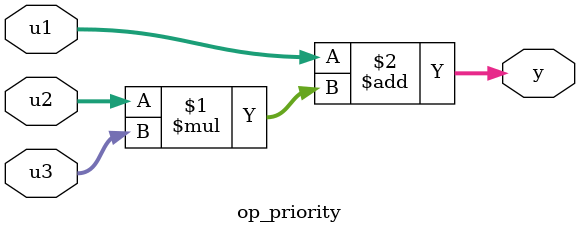
<source format=sv>
module op_priority(input [3:0] u1, u2, u3, output [3:0] y);

   assign y = u1 + u2 * u3;

endmodule

</source>
